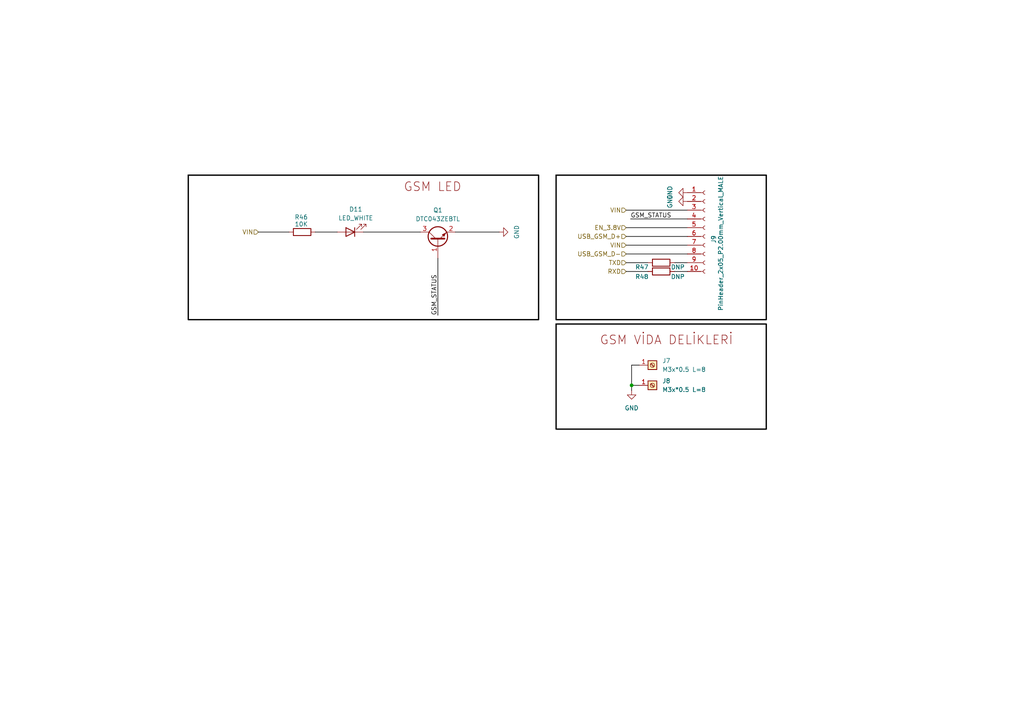
<source format=kicad_sch>
(kicad_sch (version 20250114) (generator "eeschema") (generator_version "9.0")
  (paper "A4")
  (lib_symbols
    (symbol "Connector:Conn_01x10_Socket" (pin_names (offset 1.016) (hide yes))
      (property "Reference" "J" (at 0 12.7 0))
      (property "Value" "Conn_01x10_Socket" (at 0 -15.24 0))
      (symbol "Conn_01x10_Socket_1_1"
        (polyline (pts (xy -1.27 10.16) (xy -0.508 10.16)) (stroke (width 0.1524)))
        (polyline (pts (xy -1.27 7.62) (xy -0.508 7.62)) (stroke (width 0.1524)))
        (polyline (pts (xy -1.27 5.08) (xy -0.508 5.08)) (stroke (width 0.1524)))
        (polyline (pts (xy -1.27 2.54) (xy -0.508 2.54)) (stroke (width 0.1524)))
        (polyline (pts (xy -1.27 0) (xy -0.508 0)) (stroke (width 0.1524)))
        (polyline (pts (xy -1.27 -2.54) (xy -0.508 -2.54)) (stroke (width 0.1524)))
        (polyline (pts (xy -1.27 -5.08) (xy -0.508 -5.08)) (stroke (width 0.1524)))
        (polyline (pts (xy -1.27 -7.62) (xy -0.508 -7.62)) (stroke (width 0.1524)))
        (polyline (pts (xy -1.27 -10.16) (xy -0.508 -10.16)) (stroke (width 0.1524)))
        (polyline (pts (xy -1.27 -12.7) (xy -0.508 -12.7)) (stroke (width 0.1524)))
        (arc (start 0 9.652) (mid -0.5058 10.16) (end 0 10.668) (stroke (width 0.1524)))
        (arc (start 0 7.112) (mid -0.5058 7.62) (end 0 8.128) (stroke (width 0.1524)))
        (arc (start 0 4.572) (mid -0.5058 5.08) (end 0 5.588) (stroke (width 0.1524)))
        (arc (start 0 2.032) (mid -0.5058 2.54) (end 0 3.048) (stroke (width 0.1524)))
        (arc (start 0 -0.508) (mid -0.5058 0) (end 0 0.508) (stroke (width 0.1524)))
        (arc (start 0 -3.048) (mid -0.5058 -2.54) (end 0 -2.032) (stroke (width 0.1524)))
        (arc (start 0 -5.588) (mid -0.5058 -5.08) (end 0 -4.572) (stroke (width 0.1524)))
        (arc (start 0 -8.128) (mid -0.5058 -7.62) (end 0 -7.112) (stroke (width 0.1524)))
        (arc (start 0 -10.668) (mid -0.5058 -10.16) (end 0 -9.652) (stroke (width 0.1524)))
        (arc (start 0 -13.208) (mid -0.5058 -12.7) (end 0 -12.192) (stroke (width 0.1524)))
        (pin passive line (at -5.08 10.16 0) (length 3.81) (name "Pin_1") (number "1"))
        (pin passive line (at -5.08 7.62 0) (length 3.81) (name "Pin_2") (number "2"))
        (pin passive line (at -5.08 5.08 0) (length 3.81) (name "Pin_3") (number "3"))
        (pin passive line (at -5.08 2.54 0) (length 3.81) (name "Pin_4") (number "4"))
        (pin passive line (at -5.08 0 0) (length 3.81) (name "Pin_5") (number "5"))
        (pin passive line (at -5.08 -2.54 0) (length 3.81) (name "Pin_6") (number "6"))
        (pin passive line (at -5.08 -5.08 0) (length 3.81) (name "Pin_7") (number "7"))
        (pin passive line (at -5.08 -7.62 0) (length 3.81) (name "Pin_8") (number "8"))
        (pin passive line (at -5.08 -10.16 0) (length 3.81) (name "Pin_9") (number "9"))
        (pin passive line (at -5.08 -12.7 0) (length 3.81) (name "Pin_10") (number "10"))
      )
    )
    (symbol "Connector:Screw_Terminal_01x01" (pin_names (offset 1.016) (hide yes))
      (property "Reference" "J23" (at 2.8515 1.2701 0))
      (property "Value" "M3x*0.5 L=8" (at 2.8515 -1.2699 0))
      (symbol "Screw_Terminal_01x01_1_1"
        (rectangle (start -1.27 1.27) (end 1.27 -1.27) (stroke (width 0.254)) (fill (type background)))
        (polyline (pts (xy -0.5334 0.3302) (xy 0.3302 -0.508)) (stroke (width 0.1524)))
        (polyline (pts (xy -0.3556 0.508) (xy 0.508 -0.3302)) (stroke (width 0.1524)))
        (circle (center 0 0) (radius 0.635) (stroke (width 0.1524)))
        (pin input line (at -3.81 0 0) (length 2.54) (name "1") (number "1"))
      )
    )
    (symbol "Device:LED" (pin_numbers (hide yes)) (pin_names (offset 1.016) (hide yes))
      (property "Reference" "D" (at 0 2.54 0))
      (property "Value" "LED" (at 0 -2.54 0))
      (symbol "LED_0_1"
        (polyline (pts (xy -3.048 -0.762) (xy -4.572 -2.286) (xy -3.81 -2.286) (xy -4.572 -2.286) (xy -4.572 -1.524)))
        (polyline (pts (xy -1.778 -0.762) (xy -3.302 -2.286) (xy -2.54 -2.286) (xy -3.302 -2.286) (xy -3.302 -1.524)))
        (polyline (pts (xy -1.27 0) (xy 1.27 0)))
        (polyline (pts (xy -1.27 -1.27) (xy -1.27 1.27)) (stroke (width 0.254)))
        (polyline (pts (xy 1.27 -1.27) (xy 1.27 1.27) (xy -1.27 0) (xy 1.27 -1.27)) (stroke (width 0.254)))
      )
      (symbol "LED_1_1"
        (pin passive line (at -3.81 0 0) (length 2.54) (name "K") (number "1"))
        (pin passive line (at 3.81 0 180) (length 2.54) (name "A") (number "2"))
      )
    )
    (symbol "Device:R" (pin_numbers (hide yes)) (pin_names (offset 0))
      (property "Reference" "R" (at 2.032 0 90))
      (property "Value" "R" (at 0 0 90))
      (symbol "R_0_1"
        (rectangle (start -1.016 -2.54) (end 1.016 2.54) (stroke (width 0.254)))
      )
      (symbol "R_1_1"
        (pin passive line (at 0 3.81 270) (length 1.27) (name "~") (number "1"))
        (pin passive line (at 0 -3.81 90) (length 1.27) (name "~") (number "2"))
      )
    )
    (symbol "Screw_Terminal_01x01_1" (pin_names (offset 1.016) (hide yes))
      (property "Reference" "J28" (at 2.8515 1.2701 0))
      (property "Value" "M3x*0.5 L=8" (at 2.8515 -1.2699 0))
      (symbol "Screw_Terminal_01x01_1_1_1"
        (rectangle (start -1.27 1.27) (end 1.27 -1.27) (stroke (width 0.254)) (fill (type background)))
        (polyline (pts (xy -0.5334 0.3302) (xy 0.3302 -0.508)) (stroke (width 0.1524)))
        (polyline (pts (xy -0.3556 0.508) (xy 0.508 -0.3302)) (stroke (width 0.1524)))
        (circle (center 0 0) (radius 0.635) (stroke (width 0.1524)))
        (pin input line (at -3.81 0 0) (length 2.54) (name "1") (number "1"))
      )
    )
    (symbol "Transistor_BJT:2SC1945" (pin_names (offset 0) (hide yes))
      (property "Reference" "Q" (at 5.08 1.905 0))
      (property "Value" "2SC1945" (at 5.08 0 0))
      (symbol "2SC1945_0_1"
        (polyline (pts (xy 0 0) (xy 0.635 0)))
        (polyline (pts (xy 0.635 1.905) (xy 0.635 -1.905) (xy 0.635 -1.905)) (stroke (width 0.508)))
        (circle (center 1.27 0) (radius 2.8194) (stroke (width 0.3048)))
        (polyline (pts (xy 1.27 -1.778) (xy 1.778 -1.27) (xy 2.286 -2.286) (xy 1.27 -1.778) (xy 1.27 -1.778)) (fill (type outline)))
        (polyline (pts (xy 2.286 -2.286) (xy 1.778 -1.778) (xy 1.778 -1.778)))
        (polyline (pts (xy 2.54 2.54) (xy 0.635 0.635)))
        (polyline (pts (xy 2.54 -2.54) (xy 0.635 -0.635) (xy 1.27 -1.27)) (fill (type outline)))
      )
      (symbol "2SC1945_1_1"
        (pin input line (at -5.08 0 0) (length 5.08) (name "B") (number "1"))
        (pin passive line (at 2.54 5.08 270) (length 2.54) (name "C") (number "3"))
        (pin passive line (at 2.54 -5.08 90) (length 2.54) (name "E") (number "2"))
      )
    )
    (symbol "power:GND" (power) (pin_names (offset 0))
      (property "Value" "GND" (at 0 -3.81 0))
      (symbol "GND_0_1"
        (polyline (pts (xy 0 0) (xy 0 -1.27) (xy 1.27 -1.27) (xy 0 -2.54) (xy -1.27 -1.27) (xy 0 -1.27)))
      )
      (symbol "GND_1_1"
        (pin power_in line (at 0 0 270) (length 0) (hide yes) (name "GND") (number "1"))
      )
    )
  )
  (rectangle (start 161.29 93.98) (end 222.25 124.46) (stroke (width 0.381) (color 0 0 0 1)))
  (rectangle (start 54.61 50.8) (end 156.21 92.71) (stroke (width 0.381) (color 0 0 0 1)))
  (rectangle (start 161.29 50.8) (end 222.25 92.71) (stroke (width 0.381) (color 0 0 0 1)))
  (text "GSM VİDA DELİKLERİ\n" (at 193.294 98.806 0) (effects (font (size 2.54 2.54))))
  (text "GSM LED" (at 125.476 54.356 0) (effects (font (size 2.54 2.54))))
  (junction (at 183.1915 111.76))
  (wire (pts (xy 181.61 73.66) (xy 199.39 73.66)) (stroke (width 0.1778) (color 0 0 0 1)))
  (wire (pts (xy 183.1915 111.76) (xy 183.1915 105.9098)) (stroke (width 0.1778) (color 0 0 0 1)))
  (wire (pts (xy 183.1915 111.76) (xy 185.42 111.76)) (stroke (width 0.1778) (color 0 0 0 1)))
  (wire (pts (xy 181.61 66.04) (xy 199.39 66.04)) (stroke (width 0.1778) (color 0 0 0 1)))
  (wire (pts (xy 183.1915 105.9098) (xy 185.42 105.9098)) (stroke (width 0.1778) (color 0 0 0 1)))
  (wire (pts (xy 127 91.44) (xy 127 74.93)) (stroke (width 0.1778) (color 0 0 0 1)))
  (wire (pts (xy 181.61 78.74) (xy 187.96 78.74)) (stroke (width 0.1778) (color 0 0 0 1)))
  (wire (pts (xy 105.41 67.31) (xy 121.92 67.31)) (stroke (width 0.1778) (color 0 0 0 1)))
  (wire (pts (xy 195.58 78.74) (xy 199.39 78.74)) (stroke (width 0.1778) (color 0 0 0 1)))
  (wire (pts (xy 91.44 67.31) (xy 97.79 67.31)) (stroke (width 0.1778) (color 0 0 0 1)))
  (wire (pts (xy 182.88 63.5) (xy 199.39 63.5)) (stroke (width 0.1778) (color 0 0 0 1)))
  (wire (pts (xy 181.61 60.96) (xy 199.39 60.96)) (stroke (width 0.1778) (color 0 0 0 1)))
  (wire (pts (xy 181.61 71.12) (xy 199.39 71.12)) (stroke (width 0.1778) (color 0 0 0 1)))
  (wire (pts (xy 132.08 67.31) (xy 144.78 67.31)) (stroke (width 0.1778) (color 0 0 0 1)))
  (wire (pts (xy 183.1915 113.263) (xy 183.1915 111.76)) (stroke (width 0.1778) (color 0 0 0 1)))
  (wire (pts (xy 181.61 76.2) (xy 187.96 76.2)) (stroke (width 0.1778) (color 0 0 0 1)))
  (wire (pts (xy 195.58 76.2) (xy 199.39 76.2)) (stroke (width 0.1778) (color 0 0 0 1)))
  (wire (pts (xy 74.93 67.31) (xy 83.82 67.31)) (stroke (width 0.1778) (color 0 0 0 1)))
  (wire (pts (xy 181.61 68.58) (xy 199.39 68.58)) (stroke (width 0.1778) (color 0 0 0 1)))
  (label "GSM_STATUS" (at 127 91.44 90))
  (label "GSM_STATUS" (at 182.88 63.5 0))
  (hierarchical_label "RXD" (shape input) (at 181.61 78.74 180))
  (hierarchical_label "VIN" (shape input) (at 181.61 60.96 180))
  (hierarchical_label "EN_3.8V" (shape input) (at 181.61 66.04 180))
  (hierarchical_label "TXD" (shape input) (at 181.61 76.2 180))
  (hierarchical_label "USB_GSM_D+" (shape input) (at 181.61 68.58 180))
  (hierarchical_label "USB_GSM_D-" (shape input) (at 181.61 73.66 180))
  (hierarchical_label "VIN" (shape input) (at 181.61 71.12 180))
  (hierarchical_label "VIN" (shape input) (at 74.93 67.31 180))
  (symbol (lib_id "Device:R") (at 191.77 78.74 270) (unit 1)
    (property "Reference" "R48" (at 186.182 80.264 90))
    (property "Value" "DNP" (at 196.596 80.264 90))
    (property "Footprint" "Resistor_SMD:R_0603_1608Metric" (effects (hide yes)))
  )
  (symbol (lib_id "power:GND") (at 183.1915 113.263 0) (unit 1)
    (property "Reference" "#PWR073" (effects (hide yes)))
    (property "Value" "GND" (at 183.1915 118.343 0))
  )
  (symbol (lib_id "power:GND") (at 144.78 67.31 90) (unit 1)
    (property "Reference" "#PWR072" (effects (hide yes)))
    (property "Value" "GND" (at 149.86 67.31 0))
  )
  (symbol (lib_id "Connector:Screw_Terminal_01x01") (at 189.23 105.9098 0) (unit 1)
    (property "Reference" "J7" (at 192.0815 104.6397 0) (effects (justify left)))
    (property "Value" "M3x*0.5 L=8" (at 192.0815 107.1797 0) (effects (justify left)))
    (property "Footprint" "Footprint Library:Screw Terminal Shinbo" (effects (hide yes)))
    (property "Description" "Board mounting elevator    M3 hole size, 4 pins PCB-64-M3" (effects (hide yes)))
    (property "MPN" "SMTSO-M3-8ET" (effects (hide yes)))
  )
  (symbol (lib_id "Device:R") (at 87.63 67.31 270) (unit 1)
    (property "Reference" "R46" (at 87.376 62.992 90))
    (property "Value" "10K" (at 87.376 65.024 90))
    (property "Footprint" "Resistor_SMD:R_0603_1608Metric" (effects (hide yes)))
  )
  (symbol (lib_id "Transistor_BJT:2SC1945") (at 127 69.85 90) (unit 1)
    (property "Reference" "Q1" (at 127 60.96 90))
    (property "Value" "DTC043ZEBTL" (at 127 63.5 90))
    (property "Footprint" "Package_TO_SOT_SMD:SOT-416" (effects (hide yes)))
    (property "MPN" "DTC043ZEBTL" (effects (hide yes)))
  )
  (symbol (lib_name "Screw_Terminal_01x01_1") (lib_id "Connector:Screw_Terminal_01x01") (at 189.23 111.76 0) (unit 1)
    (property "Reference" "J8" (at 192.0815 110.4899 0) (effects (justify left)))
    (property "Value" "M3x*0.5 L=8" (at 192.0815 113.0299 0) (effects (justify left)))
    (property "Footprint" "Footprint Library:Screw Terminal Shinbo" (effects (hide yes)))
    (property "Description" "Board mounting elevator    M3 hole size, 4 pins PCB-64-M3" (effects (hide yes)))
    (property "MPN" "SMTSO-M3-8ET" (effects (hide yes)))
  )
  (symbol (lib_id "Device:LED") (at 101.6 67.31 180) (unit 1)
    (property "Reference" "D11" (at 103.1875 60.706 0))
    (property "Value" "LED_WHITE" (at 103.1875 63.246 0))
    (property "Footprint" "LED_SMD:LED_0603_1608Metric" (effects (hide yes)))
    (property "Description" "Light emitting diode" (effects (hide yes)))
    (property "MPN" "0603 翠绿色 LED" (effects (hide yes)))
  )
  (symbol (lib_id "Connector:Conn_01x10_Socket") (at 204.47 66.04 0) (unit 1)
    (property "Reference" "J9" (at 207.01 70.612 90) (effects (justify left)))
    (property "Value" "PinHeader_2x05_P2.00mm_Vertical_MALE" (at 209.042 90.17 90) (effects (justify left)))
    (property "Footprint" "Connector_PinHeader_2.00mm:PinHeader_2x05_P2.00mm_Vertical" (effects (hide yes)))
    (property "Description" "Generic connector, single row, 01x10, script generated" (effects (hide yes)))
    (property "MPN" "PinHeader_2x05_P2.00mm_Vertical_MALE" (effects (hide yes)))
  )
  (symbol (lib_id "Device:R") (at 191.77 76.2 270) (unit 1)
    (property "Reference" "R47" (at 186.182 77.47 90))
    (property "Value" "DNP" (at 196.596 77.47 90))
    (property "Footprint" "Resistor_SMD:R_0603_1608Metric" (effects (hide yes)))
  )
  (symbol (lib_id "power:GND") (at 199.39 58.42 270) (unit 1)
    (property "Reference" "#PWR075" (effects (hide yes)))
    (property "Value" "GND" (at 194.31 58.42 0))
  )
  (symbol (lib_id "power:GND") (at 199.39 55.88 270) (unit 1)
    (property "Reference" "#PWR074" (effects (hide yes)))
    (property "Value" "GND" (at 194.31 55.88 0))
  )
)
</source>
